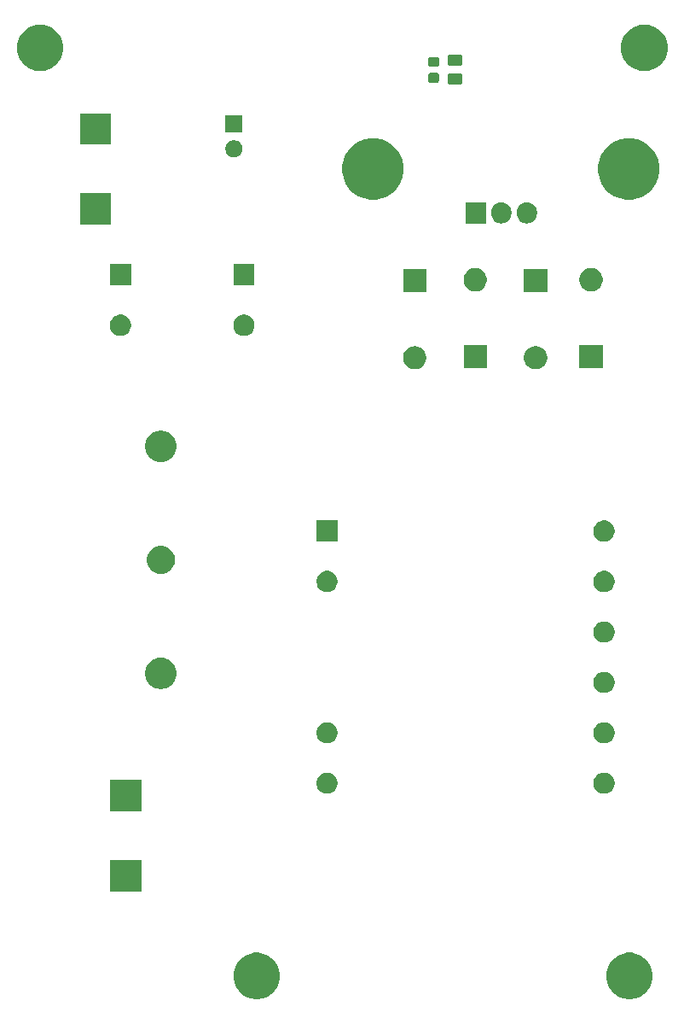
<source format=gts>
G04 #@! TF.GenerationSoftware,KiCad,Pcbnew,(5.1.5)-3*
G04 #@! TF.CreationDate,2020-04-16T19:35:31+02:00*
G04 #@! TF.ProjectId,5vfrommains,35766672-6f6d-46d6-9169-6e732e6b6963,rev?*
G04 #@! TF.SameCoordinates,Original*
G04 #@! TF.FileFunction,Soldermask,Top*
G04 #@! TF.FilePolarity,Negative*
%FSLAX46Y46*%
G04 Gerber Fmt 4.6, Leading zero omitted, Abs format (unit mm)*
G04 Created by KiCad (PCBNEW (5.1.5)-3) date 2020-04-16 19:35:31*
%MOMM*%
%LPD*%
G04 APERTURE LIST*
%ADD10C,0.100000*%
G04 APERTURE END LIST*
D10*
G36*
X200948903Y-137743213D02*
G01*
X201171177Y-137787426D01*
X201589932Y-137960880D01*
X201966802Y-138212696D01*
X202287304Y-138533198D01*
X202539120Y-138910068D01*
X202712574Y-139328823D01*
X202801000Y-139773371D01*
X202801000Y-140226629D01*
X202712574Y-140671177D01*
X202539120Y-141089932D01*
X202287304Y-141466802D01*
X201966802Y-141787304D01*
X201589932Y-142039120D01*
X201171177Y-142212574D01*
X200948903Y-142256787D01*
X200726630Y-142301000D01*
X200273370Y-142301000D01*
X200051097Y-142256787D01*
X199828823Y-142212574D01*
X199410068Y-142039120D01*
X199033198Y-141787304D01*
X198712696Y-141466802D01*
X198460880Y-141089932D01*
X198287426Y-140671177D01*
X198199000Y-140226629D01*
X198199000Y-139773371D01*
X198287426Y-139328823D01*
X198460880Y-138910068D01*
X198712696Y-138533198D01*
X199033198Y-138212696D01*
X199410068Y-137960880D01*
X199828823Y-137787426D01*
X200051097Y-137743213D01*
X200273370Y-137699000D01*
X200726630Y-137699000D01*
X200948903Y-137743213D01*
G37*
G36*
X237948903Y-137743213D02*
G01*
X238171177Y-137787426D01*
X238589932Y-137960880D01*
X238966802Y-138212696D01*
X239287304Y-138533198D01*
X239539120Y-138910068D01*
X239712574Y-139328823D01*
X239801000Y-139773371D01*
X239801000Y-140226629D01*
X239712574Y-140671177D01*
X239539120Y-141089932D01*
X239287304Y-141466802D01*
X238966802Y-141787304D01*
X238589932Y-142039120D01*
X238171177Y-142212574D01*
X237948903Y-142256787D01*
X237726630Y-142301000D01*
X237273370Y-142301000D01*
X237051097Y-142256787D01*
X236828823Y-142212574D01*
X236410068Y-142039120D01*
X236033198Y-141787304D01*
X235712696Y-141466802D01*
X235460880Y-141089932D01*
X235287426Y-140671177D01*
X235199000Y-140226629D01*
X235199000Y-139773371D01*
X235287426Y-139328823D01*
X235460880Y-138910068D01*
X235712696Y-138533198D01*
X236033198Y-138212696D01*
X236410068Y-137960880D01*
X236828823Y-137787426D01*
X237051097Y-137743213D01*
X237273370Y-137699000D01*
X237726630Y-137699000D01*
X237948903Y-137743213D01*
G37*
G36*
X189051000Y-131611000D02*
G01*
X185949000Y-131611000D01*
X185949000Y-128509000D01*
X189051000Y-128509000D01*
X189051000Y-131611000D01*
G37*
G36*
X189051000Y-123691000D02*
G01*
X185949000Y-123691000D01*
X185949000Y-120589000D01*
X189051000Y-120589000D01*
X189051000Y-123691000D01*
G37*
G36*
X235306564Y-119889389D02*
G01*
X235497833Y-119968615D01*
X235497835Y-119968616D01*
X235669973Y-120083635D01*
X235816365Y-120230027D01*
X235931385Y-120402167D01*
X236010611Y-120593436D01*
X236051000Y-120796484D01*
X236051000Y-121003516D01*
X236010611Y-121206564D01*
X235931385Y-121397833D01*
X235931384Y-121397835D01*
X235816365Y-121569973D01*
X235669973Y-121716365D01*
X235497835Y-121831384D01*
X235497834Y-121831385D01*
X235497833Y-121831385D01*
X235306564Y-121910611D01*
X235103516Y-121951000D01*
X234896484Y-121951000D01*
X234693436Y-121910611D01*
X234502167Y-121831385D01*
X234502166Y-121831385D01*
X234502165Y-121831384D01*
X234330027Y-121716365D01*
X234183635Y-121569973D01*
X234068616Y-121397835D01*
X234068615Y-121397833D01*
X233989389Y-121206564D01*
X233949000Y-121003516D01*
X233949000Y-120796484D01*
X233989389Y-120593436D01*
X234068615Y-120402167D01*
X234183635Y-120230027D01*
X234330027Y-120083635D01*
X234502165Y-119968616D01*
X234502167Y-119968615D01*
X234693436Y-119889389D01*
X234896484Y-119849000D01*
X235103516Y-119849000D01*
X235306564Y-119889389D01*
G37*
G36*
X207806564Y-119889389D02*
G01*
X207997833Y-119968615D01*
X207997835Y-119968616D01*
X208169973Y-120083635D01*
X208316365Y-120230027D01*
X208431385Y-120402167D01*
X208510611Y-120593436D01*
X208551000Y-120796484D01*
X208551000Y-121003516D01*
X208510611Y-121206564D01*
X208431385Y-121397833D01*
X208431384Y-121397835D01*
X208316365Y-121569973D01*
X208169973Y-121716365D01*
X207997835Y-121831384D01*
X207997834Y-121831385D01*
X207997833Y-121831385D01*
X207806564Y-121910611D01*
X207603516Y-121951000D01*
X207396484Y-121951000D01*
X207193436Y-121910611D01*
X207002167Y-121831385D01*
X207002166Y-121831385D01*
X207002165Y-121831384D01*
X206830027Y-121716365D01*
X206683635Y-121569973D01*
X206568616Y-121397835D01*
X206568615Y-121397833D01*
X206489389Y-121206564D01*
X206449000Y-121003516D01*
X206449000Y-120796484D01*
X206489389Y-120593436D01*
X206568615Y-120402167D01*
X206683635Y-120230027D01*
X206830027Y-120083635D01*
X207002165Y-119968616D01*
X207002167Y-119968615D01*
X207193436Y-119889389D01*
X207396484Y-119849000D01*
X207603516Y-119849000D01*
X207806564Y-119889389D01*
G37*
G36*
X235306564Y-114889389D02*
G01*
X235497833Y-114968615D01*
X235497835Y-114968616D01*
X235669973Y-115083635D01*
X235816365Y-115230027D01*
X235931385Y-115402167D01*
X236010611Y-115593436D01*
X236051000Y-115796484D01*
X236051000Y-116003516D01*
X236010611Y-116206564D01*
X235931385Y-116397833D01*
X235931384Y-116397835D01*
X235816365Y-116569973D01*
X235669973Y-116716365D01*
X235497835Y-116831384D01*
X235497834Y-116831385D01*
X235497833Y-116831385D01*
X235306564Y-116910611D01*
X235103516Y-116951000D01*
X234896484Y-116951000D01*
X234693436Y-116910611D01*
X234502167Y-116831385D01*
X234502166Y-116831385D01*
X234502165Y-116831384D01*
X234330027Y-116716365D01*
X234183635Y-116569973D01*
X234068616Y-116397835D01*
X234068615Y-116397833D01*
X233989389Y-116206564D01*
X233949000Y-116003516D01*
X233949000Y-115796484D01*
X233989389Y-115593436D01*
X234068615Y-115402167D01*
X234183635Y-115230027D01*
X234330027Y-115083635D01*
X234502165Y-114968616D01*
X234502167Y-114968615D01*
X234693436Y-114889389D01*
X234896484Y-114849000D01*
X235103516Y-114849000D01*
X235306564Y-114889389D01*
G37*
G36*
X207806564Y-114889389D02*
G01*
X207997833Y-114968615D01*
X207997835Y-114968616D01*
X208169973Y-115083635D01*
X208316365Y-115230027D01*
X208431385Y-115402167D01*
X208510611Y-115593436D01*
X208551000Y-115796484D01*
X208551000Y-116003516D01*
X208510611Y-116206564D01*
X208431385Y-116397833D01*
X208431384Y-116397835D01*
X208316365Y-116569973D01*
X208169973Y-116716365D01*
X207997835Y-116831384D01*
X207997834Y-116831385D01*
X207997833Y-116831385D01*
X207806564Y-116910611D01*
X207603516Y-116951000D01*
X207396484Y-116951000D01*
X207193436Y-116910611D01*
X207002167Y-116831385D01*
X207002166Y-116831385D01*
X207002165Y-116831384D01*
X206830027Y-116716365D01*
X206683635Y-116569973D01*
X206568616Y-116397835D01*
X206568615Y-116397833D01*
X206489389Y-116206564D01*
X206449000Y-116003516D01*
X206449000Y-115796484D01*
X206489389Y-115593436D01*
X206568615Y-115402167D01*
X206683635Y-115230027D01*
X206830027Y-115083635D01*
X207002165Y-114968616D01*
X207002167Y-114968615D01*
X207193436Y-114889389D01*
X207396484Y-114849000D01*
X207603516Y-114849000D01*
X207806564Y-114889389D01*
G37*
G36*
X235306564Y-109889389D02*
G01*
X235497833Y-109968615D01*
X235497835Y-109968616D01*
X235669973Y-110083635D01*
X235816365Y-110230027D01*
X235931385Y-110402167D01*
X236010611Y-110593436D01*
X236051000Y-110796484D01*
X236051000Y-111003516D01*
X236010611Y-111206564D01*
X235931385Y-111397833D01*
X235931384Y-111397835D01*
X235816365Y-111569973D01*
X235669973Y-111716365D01*
X235497835Y-111831384D01*
X235497834Y-111831385D01*
X235497833Y-111831385D01*
X235306564Y-111910611D01*
X235103516Y-111951000D01*
X234896484Y-111951000D01*
X234693436Y-111910611D01*
X234502167Y-111831385D01*
X234502166Y-111831385D01*
X234502165Y-111831384D01*
X234330027Y-111716365D01*
X234183635Y-111569973D01*
X234068616Y-111397835D01*
X234068615Y-111397833D01*
X233989389Y-111206564D01*
X233949000Y-111003516D01*
X233949000Y-110796484D01*
X233989389Y-110593436D01*
X234068615Y-110402167D01*
X234183635Y-110230027D01*
X234330027Y-110083635D01*
X234502165Y-109968616D01*
X234502167Y-109968615D01*
X234693436Y-109889389D01*
X234896484Y-109849000D01*
X235103516Y-109849000D01*
X235306564Y-109889389D01*
G37*
G36*
X191302585Y-108478802D02*
G01*
X191452410Y-108508604D01*
X191734674Y-108625521D01*
X191988705Y-108795259D01*
X192204741Y-109011295D01*
X192374479Y-109265326D01*
X192491396Y-109547590D01*
X192551000Y-109847240D01*
X192551000Y-110152760D01*
X192491396Y-110452410D01*
X192374479Y-110734674D01*
X192204741Y-110988705D01*
X191988705Y-111204741D01*
X191734674Y-111374479D01*
X191452410Y-111491396D01*
X191302585Y-111521198D01*
X191152761Y-111551000D01*
X190847239Y-111551000D01*
X190697415Y-111521198D01*
X190547590Y-111491396D01*
X190265326Y-111374479D01*
X190011295Y-111204741D01*
X189795259Y-110988705D01*
X189625521Y-110734674D01*
X189508604Y-110452410D01*
X189449000Y-110152760D01*
X189449000Y-109847240D01*
X189508604Y-109547590D01*
X189625521Y-109265326D01*
X189795259Y-109011295D01*
X190011295Y-108795259D01*
X190265326Y-108625521D01*
X190547590Y-108508604D01*
X190697415Y-108478802D01*
X190847239Y-108449000D01*
X191152761Y-108449000D01*
X191302585Y-108478802D01*
G37*
G36*
X235306564Y-104889389D02*
G01*
X235497833Y-104968615D01*
X235497835Y-104968616D01*
X235669973Y-105083635D01*
X235816365Y-105230027D01*
X235931385Y-105402167D01*
X236010611Y-105593436D01*
X236051000Y-105796484D01*
X236051000Y-106003516D01*
X236010611Y-106206564D01*
X235931385Y-106397833D01*
X235931384Y-106397835D01*
X235816365Y-106569973D01*
X235669973Y-106716365D01*
X235497835Y-106831384D01*
X235497834Y-106831385D01*
X235497833Y-106831385D01*
X235306564Y-106910611D01*
X235103516Y-106951000D01*
X234896484Y-106951000D01*
X234693436Y-106910611D01*
X234502167Y-106831385D01*
X234502166Y-106831385D01*
X234502165Y-106831384D01*
X234330027Y-106716365D01*
X234183635Y-106569973D01*
X234068616Y-106397835D01*
X234068615Y-106397833D01*
X233989389Y-106206564D01*
X233949000Y-106003516D01*
X233949000Y-105796484D01*
X233989389Y-105593436D01*
X234068615Y-105402167D01*
X234183635Y-105230027D01*
X234330027Y-105083635D01*
X234502165Y-104968616D01*
X234502167Y-104968615D01*
X234693436Y-104889389D01*
X234896484Y-104849000D01*
X235103516Y-104849000D01*
X235306564Y-104889389D01*
G37*
G36*
X235306564Y-99889389D02*
G01*
X235497833Y-99968615D01*
X235497835Y-99968616D01*
X235669973Y-100083635D01*
X235816365Y-100230027D01*
X235931385Y-100402167D01*
X236010611Y-100593436D01*
X236051000Y-100796484D01*
X236051000Y-101003516D01*
X236010611Y-101206564D01*
X235931385Y-101397833D01*
X235931384Y-101397835D01*
X235816365Y-101569973D01*
X235669973Y-101716365D01*
X235497835Y-101831384D01*
X235497834Y-101831385D01*
X235497833Y-101831385D01*
X235306564Y-101910611D01*
X235103516Y-101951000D01*
X234896484Y-101951000D01*
X234693436Y-101910611D01*
X234502167Y-101831385D01*
X234502166Y-101831385D01*
X234502165Y-101831384D01*
X234330027Y-101716365D01*
X234183635Y-101569973D01*
X234068616Y-101397835D01*
X234068615Y-101397833D01*
X233989389Y-101206564D01*
X233949000Y-101003516D01*
X233949000Y-100796484D01*
X233989389Y-100593436D01*
X234068615Y-100402167D01*
X234183635Y-100230027D01*
X234330027Y-100083635D01*
X234502165Y-99968616D01*
X234502167Y-99968615D01*
X234693436Y-99889389D01*
X234896484Y-99849000D01*
X235103516Y-99849000D01*
X235306564Y-99889389D01*
G37*
G36*
X207806564Y-99889389D02*
G01*
X207997833Y-99968615D01*
X207997835Y-99968616D01*
X208169973Y-100083635D01*
X208316365Y-100230027D01*
X208431385Y-100402167D01*
X208510611Y-100593436D01*
X208551000Y-100796484D01*
X208551000Y-101003516D01*
X208510611Y-101206564D01*
X208431385Y-101397833D01*
X208431384Y-101397835D01*
X208316365Y-101569973D01*
X208169973Y-101716365D01*
X207997835Y-101831384D01*
X207997834Y-101831385D01*
X207997833Y-101831385D01*
X207806564Y-101910611D01*
X207603516Y-101951000D01*
X207396484Y-101951000D01*
X207193436Y-101910611D01*
X207002167Y-101831385D01*
X207002166Y-101831385D01*
X207002165Y-101831384D01*
X206830027Y-101716365D01*
X206683635Y-101569973D01*
X206568616Y-101397835D01*
X206568615Y-101397833D01*
X206489389Y-101206564D01*
X206449000Y-101003516D01*
X206449000Y-100796484D01*
X206489389Y-100593436D01*
X206568615Y-100402167D01*
X206683635Y-100230027D01*
X206830027Y-100083635D01*
X207002165Y-99968616D01*
X207002167Y-99968615D01*
X207193436Y-99889389D01*
X207396484Y-99849000D01*
X207603516Y-99849000D01*
X207806564Y-99889389D01*
G37*
G36*
X191318433Y-97384893D02*
G01*
X191408657Y-97402839D01*
X191514267Y-97446585D01*
X191663621Y-97508449D01*
X191663622Y-97508450D01*
X191893086Y-97661772D01*
X192088228Y-97856914D01*
X192190675Y-98010237D01*
X192241551Y-98086379D01*
X192347161Y-98341344D01*
X192401000Y-98612012D01*
X192401000Y-98887988D01*
X192347161Y-99158656D01*
X192241551Y-99413621D01*
X192241550Y-99413622D01*
X192088228Y-99643086D01*
X191893086Y-99838228D01*
X191816516Y-99889390D01*
X191663621Y-99991551D01*
X191514267Y-100053415D01*
X191408657Y-100097161D01*
X191318433Y-100115107D01*
X191137988Y-100151000D01*
X190862012Y-100151000D01*
X190681567Y-100115107D01*
X190591343Y-100097161D01*
X190485733Y-100053415D01*
X190336379Y-99991551D01*
X190183484Y-99889390D01*
X190106914Y-99838228D01*
X189911772Y-99643086D01*
X189758450Y-99413622D01*
X189758449Y-99413621D01*
X189652839Y-99158656D01*
X189599000Y-98887988D01*
X189599000Y-98612012D01*
X189652839Y-98341344D01*
X189758449Y-98086379D01*
X189809325Y-98010237D01*
X189911772Y-97856914D01*
X190106914Y-97661772D01*
X190336378Y-97508450D01*
X190336379Y-97508449D01*
X190485733Y-97446585D01*
X190591343Y-97402839D01*
X190681567Y-97384893D01*
X190862012Y-97349000D01*
X191137988Y-97349000D01*
X191318433Y-97384893D01*
G37*
G36*
X208551000Y-96951000D02*
G01*
X206449000Y-96951000D01*
X206449000Y-94849000D01*
X208551000Y-94849000D01*
X208551000Y-96951000D01*
G37*
G36*
X235306564Y-94889389D02*
G01*
X235497833Y-94968615D01*
X235497835Y-94968616D01*
X235669973Y-95083635D01*
X235816365Y-95230027D01*
X235931385Y-95402167D01*
X236010611Y-95593436D01*
X236051000Y-95796484D01*
X236051000Y-96003516D01*
X236010611Y-96206564D01*
X235931385Y-96397833D01*
X235931384Y-96397835D01*
X235816365Y-96569973D01*
X235669973Y-96716365D01*
X235497835Y-96831384D01*
X235497834Y-96831385D01*
X235497833Y-96831385D01*
X235306564Y-96910611D01*
X235103516Y-96951000D01*
X234896484Y-96951000D01*
X234693436Y-96910611D01*
X234502167Y-96831385D01*
X234502166Y-96831385D01*
X234502165Y-96831384D01*
X234330027Y-96716365D01*
X234183635Y-96569973D01*
X234068616Y-96397835D01*
X234068615Y-96397833D01*
X233989389Y-96206564D01*
X233949000Y-96003516D01*
X233949000Y-95796484D01*
X233989389Y-95593436D01*
X234068615Y-95402167D01*
X234183635Y-95230027D01*
X234330027Y-95083635D01*
X234502165Y-94968616D01*
X234502167Y-94968615D01*
X234693436Y-94889389D01*
X234896484Y-94849000D01*
X235103516Y-94849000D01*
X235306564Y-94889389D01*
G37*
G36*
X191302585Y-85978802D02*
G01*
X191452410Y-86008604D01*
X191734674Y-86125521D01*
X191988705Y-86295259D01*
X192204741Y-86511295D01*
X192374479Y-86765326D01*
X192491396Y-87047590D01*
X192551000Y-87347240D01*
X192551000Y-87652760D01*
X192491396Y-87952410D01*
X192374479Y-88234674D01*
X192204741Y-88488705D01*
X191988705Y-88704741D01*
X191734674Y-88874479D01*
X191452410Y-88991396D01*
X191302585Y-89021198D01*
X191152761Y-89051000D01*
X190847239Y-89051000D01*
X190697415Y-89021198D01*
X190547590Y-88991396D01*
X190265326Y-88874479D01*
X190011295Y-88704741D01*
X189795259Y-88488705D01*
X189625521Y-88234674D01*
X189508604Y-87952410D01*
X189449000Y-87652760D01*
X189449000Y-87347240D01*
X189508604Y-87047590D01*
X189625521Y-86765326D01*
X189795259Y-86511295D01*
X190011295Y-86295259D01*
X190265326Y-86125521D01*
X190547590Y-86008604D01*
X190697415Y-85978802D01*
X190847239Y-85949000D01*
X191152761Y-85949000D01*
X191302585Y-85978802D01*
G37*
G36*
X216424549Y-77591116D02*
G01*
X216535734Y-77613232D01*
X216745203Y-77699997D01*
X216933720Y-77825960D01*
X217094040Y-77986280D01*
X217220003Y-78174797D01*
X217306768Y-78384266D01*
X217351000Y-78606636D01*
X217351000Y-78833364D01*
X217306768Y-79055734D01*
X217220003Y-79265203D01*
X217094040Y-79453720D01*
X216933720Y-79614040D01*
X216745203Y-79740003D01*
X216535734Y-79826768D01*
X216424549Y-79848884D01*
X216313365Y-79871000D01*
X216086635Y-79871000D01*
X215975451Y-79848884D01*
X215864266Y-79826768D01*
X215654797Y-79740003D01*
X215466280Y-79614040D01*
X215305960Y-79453720D01*
X215179997Y-79265203D01*
X215093232Y-79055734D01*
X215049000Y-78833364D01*
X215049000Y-78606636D01*
X215093232Y-78384266D01*
X215179997Y-78174797D01*
X215305960Y-77986280D01*
X215466280Y-77825960D01*
X215654797Y-77699997D01*
X215864266Y-77613232D01*
X215975451Y-77591116D01*
X216086635Y-77569000D01*
X216313365Y-77569000D01*
X216424549Y-77591116D01*
G37*
G36*
X228424549Y-77591116D02*
G01*
X228535734Y-77613232D01*
X228745203Y-77699997D01*
X228933720Y-77825960D01*
X229094040Y-77986280D01*
X229220003Y-78174797D01*
X229306768Y-78384266D01*
X229351000Y-78606636D01*
X229351000Y-78833364D01*
X229306768Y-79055734D01*
X229220003Y-79265203D01*
X229094040Y-79453720D01*
X228933720Y-79614040D01*
X228745203Y-79740003D01*
X228535734Y-79826768D01*
X228424549Y-79848884D01*
X228313365Y-79871000D01*
X228086635Y-79871000D01*
X227975451Y-79848884D01*
X227864266Y-79826768D01*
X227654797Y-79740003D01*
X227466280Y-79614040D01*
X227305960Y-79453720D01*
X227179997Y-79265203D01*
X227093232Y-79055734D01*
X227049000Y-78833364D01*
X227049000Y-78606636D01*
X227093232Y-78384266D01*
X227179997Y-78174797D01*
X227305960Y-77986280D01*
X227466280Y-77825960D01*
X227654797Y-77699997D01*
X227864266Y-77613232D01*
X227975451Y-77591116D01*
X228086635Y-77569000D01*
X228313365Y-77569000D01*
X228424549Y-77591116D01*
G37*
G36*
X234851000Y-79751000D02*
G01*
X232549000Y-79751000D01*
X232549000Y-77449000D01*
X234851000Y-77449000D01*
X234851000Y-79751000D01*
G37*
G36*
X223351000Y-79751000D02*
G01*
X221049000Y-79751000D01*
X221049000Y-77449000D01*
X223351000Y-77449000D01*
X223351000Y-79751000D01*
G37*
G36*
X199556564Y-74489389D02*
G01*
X199747833Y-74568615D01*
X199747835Y-74568616D01*
X199919973Y-74683635D01*
X200066365Y-74830027D01*
X200181385Y-75002167D01*
X200260611Y-75193436D01*
X200301000Y-75396484D01*
X200301000Y-75603516D01*
X200260611Y-75806564D01*
X200181385Y-75997833D01*
X200181384Y-75997835D01*
X200066365Y-76169973D01*
X199919973Y-76316365D01*
X199747835Y-76431384D01*
X199747834Y-76431385D01*
X199747833Y-76431385D01*
X199556564Y-76510611D01*
X199353516Y-76551000D01*
X199146484Y-76551000D01*
X198943436Y-76510611D01*
X198752167Y-76431385D01*
X198752166Y-76431385D01*
X198752165Y-76431384D01*
X198580027Y-76316365D01*
X198433635Y-76169973D01*
X198318616Y-75997835D01*
X198318615Y-75997833D01*
X198239389Y-75806564D01*
X198199000Y-75603516D01*
X198199000Y-75396484D01*
X198239389Y-75193436D01*
X198318615Y-75002167D01*
X198433635Y-74830027D01*
X198580027Y-74683635D01*
X198752165Y-74568616D01*
X198752167Y-74568615D01*
X198943436Y-74489389D01*
X199146484Y-74449000D01*
X199353516Y-74449000D01*
X199556564Y-74489389D01*
G37*
G36*
X187306564Y-74489389D02*
G01*
X187497833Y-74568615D01*
X187497835Y-74568616D01*
X187669973Y-74683635D01*
X187816365Y-74830027D01*
X187931385Y-75002167D01*
X188010611Y-75193436D01*
X188051000Y-75396484D01*
X188051000Y-75603516D01*
X188010611Y-75806564D01*
X187931385Y-75997833D01*
X187931384Y-75997835D01*
X187816365Y-76169973D01*
X187669973Y-76316365D01*
X187497835Y-76431384D01*
X187497834Y-76431385D01*
X187497833Y-76431385D01*
X187306564Y-76510611D01*
X187103516Y-76551000D01*
X186896484Y-76551000D01*
X186693436Y-76510611D01*
X186502167Y-76431385D01*
X186502166Y-76431385D01*
X186502165Y-76431384D01*
X186330027Y-76316365D01*
X186183635Y-76169973D01*
X186068616Y-75997835D01*
X186068615Y-75997833D01*
X185989389Y-75806564D01*
X185949000Y-75603516D01*
X185949000Y-75396484D01*
X185989389Y-75193436D01*
X186068615Y-75002167D01*
X186183635Y-74830027D01*
X186330027Y-74683635D01*
X186502165Y-74568616D01*
X186502167Y-74568615D01*
X186693436Y-74489389D01*
X186896484Y-74449000D01*
X187103516Y-74449000D01*
X187306564Y-74489389D01*
G37*
G36*
X229351000Y-72251000D02*
G01*
X227049000Y-72251000D01*
X227049000Y-69949000D01*
X229351000Y-69949000D01*
X229351000Y-72251000D01*
G37*
G36*
X217351000Y-72251000D02*
G01*
X215049000Y-72251000D01*
X215049000Y-69949000D01*
X217351000Y-69949000D01*
X217351000Y-72251000D01*
G37*
G36*
X233924549Y-69851116D02*
G01*
X234035734Y-69873232D01*
X234245203Y-69959997D01*
X234433720Y-70085960D01*
X234594040Y-70246280D01*
X234720003Y-70434797D01*
X234806768Y-70644266D01*
X234851000Y-70866636D01*
X234851000Y-71093364D01*
X234806768Y-71315734D01*
X234720003Y-71525203D01*
X234594040Y-71713720D01*
X234433720Y-71874040D01*
X234245203Y-72000003D01*
X234035734Y-72086768D01*
X233924549Y-72108884D01*
X233813365Y-72131000D01*
X233586635Y-72131000D01*
X233475451Y-72108884D01*
X233364266Y-72086768D01*
X233154797Y-72000003D01*
X232966280Y-71874040D01*
X232805960Y-71713720D01*
X232679997Y-71525203D01*
X232593232Y-71315734D01*
X232549000Y-71093364D01*
X232549000Y-70866636D01*
X232593232Y-70644266D01*
X232679997Y-70434797D01*
X232805960Y-70246280D01*
X232966280Y-70085960D01*
X233154797Y-69959997D01*
X233364266Y-69873232D01*
X233475451Y-69851116D01*
X233586635Y-69829000D01*
X233813365Y-69829000D01*
X233924549Y-69851116D01*
G37*
G36*
X222424549Y-69851116D02*
G01*
X222535734Y-69873232D01*
X222745203Y-69959997D01*
X222933720Y-70085960D01*
X223094040Y-70246280D01*
X223220003Y-70434797D01*
X223306768Y-70644266D01*
X223351000Y-70866636D01*
X223351000Y-71093364D01*
X223306768Y-71315734D01*
X223220003Y-71525203D01*
X223094040Y-71713720D01*
X222933720Y-71874040D01*
X222745203Y-72000003D01*
X222535734Y-72086768D01*
X222424549Y-72108884D01*
X222313365Y-72131000D01*
X222086635Y-72131000D01*
X221975451Y-72108884D01*
X221864266Y-72086768D01*
X221654797Y-72000003D01*
X221466280Y-71874040D01*
X221305960Y-71713720D01*
X221179997Y-71525203D01*
X221093232Y-71315734D01*
X221049000Y-71093364D01*
X221049000Y-70866636D01*
X221093232Y-70644266D01*
X221179997Y-70434797D01*
X221305960Y-70246280D01*
X221466280Y-70085960D01*
X221654797Y-69959997D01*
X221864266Y-69873232D01*
X221975451Y-69851116D01*
X222086635Y-69829000D01*
X222313365Y-69829000D01*
X222424549Y-69851116D01*
G37*
G36*
X188051000Y-71551000D02*
G01*
X185949000Y-71551000D01*
X185949000Y-69449000D01*
X188051000Y-69449000D01*
X188051000Y-71551000D01*
G37*
G36*
X200301000Y-71551000D02*
G01*
X198199000Y-71551000D01*
X198199000Y-69449000D01*
X200301000Y-69449000D01*
X200301000Y-71551000D01*
G37*
G36*
X186051000Y-65511000D02*
G01*
X182949000Y-65511000D01*
X182949000Y-62409000D01*
X186051000Y-62409000D01*
X186051000Y-65511000D01*
G37*
G36*
X224986719Y-63313520D02*
G01*
X225175880Y-63370901D01*
X225175883Y-63370902D01*
X225268333Y-63420318D01*
X225350212Y-63464083D01*
X225503015Y-63589485D01*
X225628417Y-63742288D01*
X225721599Y-63916619D01*
X225778980Y-64105780D01*
X225793500Y-64253206D01*
X225793500Y-64446793D01*
X225778980Y-64594219D01*
X225721599Y-64783380D01*
X225721598Y-64783383D01*
X225672182Y-64875833D01*
X225628417Y-64957712D01*
X225503015Y-65110515D01*
X225350212Y-65235917D01*
X225175881Y-65329099D01*
X224986720Y-65386480D01*
X224790000Y-65405855D01*
X224593281Y-65386480D01*
X224404120Y-65329099D01*
X224229788Y-65235917D01*
X224076985Y-65110515D01*
X223951583Y-64957712D01*
X223858401Y-64783381D01*
X223801020Y-64594220D01*
X223786500Y-64446794D01*
X223786500Y-64253207D01*
X223801020Y-64105781D01*
X223858401Y-63916620D01*
X223858402Y-63916617D01*
X223907818Y-63824167D01*
X223951583Y-63742288D01*
X224076985Y-63589485D01*
X224229788Y-63464083D01*
X224404119Y-63370901D01*
X224593280Y-63313520D01*
X224790000Y-63294145D01*
X224986719Y-63313520D01*
G37*
G36*
X227526719Y-63313520D02*
G01*
X227715880Y-63370901D01*
X227715883Y-63370902D01*
X227808333Y-63420318D01*
X227890212Y-63464083D01*
X228043015Y-63589485D01*
X228168417Y-63742288D01*
X228261599Y-63916619D01*
X228318980Y-64105780D01*
X228333500Y-64253206D01*
X228333500Y-64446793D01*
X228318980Y-64594219D01*
X228261599Y-64783380D01*
X228261598Y-64783383D01*
X228212182Y-64875833D01*
X228168417Y-64957712D01*
X228043015Y-65110515D01*
X227890212Y-65235917D01*
X227715881Y-65329099D01*
X227526720Y-65386480D01*
X227330000Y-65405855D01*
X227133281Y-65386480D01*
X226944120Y-65329099D01*
X226769788Y-65235917D01*
X226616985Y-65110515D01*
X226491583Y-64957712D01*
X226398401Y-64783381D01*
X226341020Y-64594220D01*
X226326500Y-64446794D01*
X226326500Y-64253207D01*
X226341020Y-64105781D01*
X226398401Y-63916620D01*
X226398402Y-63916617D01*
X226447818Y-63824167D01*
X226491583Y-63742288D01*
X226616985Y-63589485D01*
X226769788Y-63464083D01*
X226944119Y-63370901D01*
X227133280Y-63313520D01*
X227330000Y-63294145D01*
X227526719Y-63313520D01*
G37*
G36*
X223253500Y-65401000D02*
G01*
X221246500Y-65401000D01*
X221246500Y-63299000D01*
X223253500Y-63299000D01*
X223253500Y-65401000D01*
G37*
G36*
X212939943Y-57066248D02*
G01*
X213495189Y-57296238D01*
X213736564Y-57457520D01*
X213994899Y-57630134D01*
X214419866Y-58055101D01*
X214548909Y-58248228D01*
X214753762Y-58554811D01*
X214983752Y-59110057D01*
X215101000Y-59699501D01*
X215101000Y-60300499D01*
X214983752Y-60889943D01*
X214753762Y-61445189D01*
X214753761Y-61445190D01*
X214419866Y-61944899D01*
X213994899Y-62369866D01*
X213743347Y-62537948D01*
X213495189Y-62703762D01*
X212939943Y-62933752D01*
X212350499Y-63051000D01*
X211749501Y-63051000D01*
X211160057Y-62933752D01*
X210604811Y-62703762D01*
X210356653Y-62537948D01*
X210105101Y-62369866D01*
X209680134Y-61944899D01*
X209346239Y-61445190D01*
X209346238Y-61445189D01*
X209116248Y-60889943D01*
X208999000Y-60300499D01*
X208999000Y-59699501D01*
X209116248Y-59110057D01*
X209346238Y-58554811D01*
X209551091Y-58248228D01*
X209680134Y-58055101D01*
X210105101Y-57630134D01*
X210363436Y-57457520D01*
X210604811Y-57296238D01*
X211160057Y-57066248D01*
X211749501Y-56949000D01*
X212350499Y-56949000D01*
X212939943Y-57066248D01*
G37*
G36*
X238339943Y-57066248D02*
G01*
X238895189Y-57296238D01*
X239136564Y-57457520D01*
X239394899Y-57630134D01*
X239819866Y-58055101D01*
X239948909Y-58248228D01*
X240153762Y-58554811D01*
X240383752Y-59110057D01*
X240501000Y-59699501D01*
X240501000Y-60300499D01*
X240383752Y-60889943D01*
X240153762Y-61445189D01*
X240153761Y-61445190D01*
X239819866Y-61944899D01*
X239394899Y-62369866D01*
X239143347Y-62537948D01*
X238895189Y-62703762D01*
X238339943Y-62933752D01*
X237750499Y-63051000D01*
X237149501Y-63051000D01*
X236560057Y-62933752D01*
X236004811Y-62703762D01*
X235756653Y-62537948D01*
X235505101Y-62369866D01*
X235080134Y-61944899D01*
X234746239Y-61445190D01*
X234746238Y-61445189D01*
X234516248Y-60889943D01*
X234399000Y-60300499D01*
X234399000Y-59699501D01*
X234516248Y-59110057D01*
X234746238Y-58554811D01*
X234951091Y-58248228D01*
X235080134Y-58055101D01*
X235505101Y-57630134D01*
X235763436Y-57457520D01*
X236004811Y-57296238D01*
X236560057Y-57066248D01*
X237149501Y-56949000D01*
X237750499Y-56949000D01*
X238339943Y-57066248D01*
G37*
G36*
X198498228Y-57181703D02*
G01*
X198653100Y-57245853D01*
X198792481Y-57338985D01*
X198911015Y-57457519D01*
X199004147Y-57596900D01*
X199068297Y-57751772D01*
X199101000Y-57916184D01*
X199101000Y-58083816D01*
X199068297Y-58248228D01*
X199004147Y-58403100D01*
X198911015Y-58542481D01*
X198792481Y-58661015D01*
X198653100Y-58754147D01*
X198498228Y-58818297D01*
X198333816Y-58851000D01*
X198166184Y-58851000D01*
X198001772Y-58818297D01*
X197846900Y-58754147D01*
X197707519Y-58661015D01*
X197588985Y-58542481D01*
X197495853Y-58403100D01*
X197431703Y-58248228D01*
X197399000Y-58083816D01*
X197399000Y-57916184D01*
X197431703Y-57751772D01*
X197495853Y-57596900D01*
X197588985Y-57457519D01*
X197707519Y-57338985D01*
X197846900Y-57245853D01*
X198001772Y-57181703D01*
X198166184Y-57149000D01*
X198333816Y-57149000D01*
X198498228Y-57181703D01*
G37*
G36*
X186051000Y-57591000D02*
G01*
X182949000Y-57591000D01*
X182949000Y-54489000D01*
X186051000Y-54489000D01*
X186051000Y-57591000D01*
G37*
G36*
X199101000Y-56351000D02*
G01*
X197399000Y-56351000D01*
X197399000Y-54649000D01*
X199101000Y-54649000D01*
X199101000Y-56351000D01*
G37*
G36*
X220784468Y-50553565D02*
G01*
X220823138Y-50565296D01*
X220858777Y-50584346D01*
X220890017Y-50609983D01*
X220915654Y-50641223D01*
X220934704Y-50676862D01*
X220946435Y-50715532D01*
X220951000Y-50761888D01*
X220951000Y-51413112D01*
X220946435Y-51459468D01*
X220934704Y-51498138D01*
X220915654Y-51533777D01*
X220890017Y-51565017D01*
X220858777Y-51590654D01*
X220823138Y-51609704D01*
X220784468Y-51621435D01*
X220738112Y-51626000D01*
X219661888Y-51626000D01*
X219615532Y-51621435D01*
X219576862Y-51609704D01*
X219541223Y-51590654D01*
X219509983Y-51565017D01*
X219484346Y-51533777D01*
X219465296Y-51498138D01*
X219453565Y-51459468D01*
X219449000Y-51413112D01*
X219449000Y-50761888D01*
X219453565Y-50715532D01*
X219465296Y-50676862D01*
X219484346Y-50641223D01*
X219509983Y-50609983D01*
X219541223Y-50584346D01*
X219576862Y-50565296D01*
X219615532Y-50553565D01*
X219661888Y-50549000D01*
X220738112Y-50549000D01*
X220784468Y-50553565D01*
G37*
G36*
X218459591Y-50473085D02*
G01*
X218493569Y-50483393D01*
X218524890Y-50500134D01*
X218552339Y-50522661D01*
X218574866Y-50550110D01*
X218591607Y-50581431D01*
X218601915Y-50615409D01*
X218606000Y-50656890D01*
X218606000Y-51258110D01*
X218601915Y-51299591D01*
X218591607Y-51333569D01*
X218574866Y-51364890D01*
X218552339Y-51392339D01*
X218524890Y-51414866D01*
X218493569Y-51431607D01*
X218459591Y-51441915D01*
X218418110Y-51446000D01*
X217741890Y-51446000D01*
X217700409Y-51441915D01*
X217666431Y-51431607D01*
X217635110Y-51414866D01*
X217607661Y-51392339D01*
X217585134Y-51364890D01*
X217568393Y-51333569D01*
X217558085Y-51299591D01*
X217554000Y-51258110D01*
X217554000Y-50656890D01*
X217558085Y-50615409D01*
X217568393Y-50581431D01*
X217585134Y-50550110D01*
X217607661Y-50522661D01*
X217635110Y-50500134D01*
X217666431Y-50483393D01*
X217700409Y-50473085D01*
X217741890Y-50469000D01*
X218418110Y-50469000D01*
X218459591Y-50473085D01*
G37*
G36*
X239448903Y-45743213D02*
G01*
X239671177Y-45787426D01*
X240089932Y-45960880D01*
X240466802Y-46212696D01*
X240787304Y-46533198D01*
X241039120Y-46910068D01*
X241212574Y-47328823D01*
X241301000Y-47773371D01*
X241301000Y-48226629D01*
X241212574Y-48671177D01*
X241039120Y-49089932D01*
X240787304Y-49466802D01*
X240466802Y-49787304D01*
X240089932Y-50039120D01*
X239671177Y-50212574D01*
X239448903Y-50256787D01*
X239226630Y-50301000D01*
X238773370Y-50301000D01*
X238551097Y-50256787D01*
X238328823Y-50212574D01*
X237910068Y-50039120D01*
X237533198Y-49787304D01*
X237212696Y-49466802D01*
X236960880Y-49089932D01*
X236787426Y-48671177D01*
X236699000Y-48226629D01*
X236699000Y-47773371D01*
X236787426Y-47328823D01*
X236960880Y-46910068D01*
X237212696Y-46533198D01*
X237533198Y-46212696D01*
X237910068Y-45960880D01*
X238328823Y-45787426D01*
X238551097Y-45743213D01*
X238773370Y-45699000D01*
X239226630Y-45699000D01*
X239448903Y-45743213D01*
G37*
G36*
X179448903Y-45743213D02*
G01*
X179671177Y-45787426D01*
X180089932Y-45960880D01*
X180466802Y-46212696D01*
X180787304Y-46533198D01*
X181039120Y-46910068D01*
X181212574Y-47328823D01*
X181301000Y-47773371D01*
X181301000Y-48226629D01*
X181212574Y-48671177D01*
X181039120Y-49089932D01*
X180787304Y-49466802D01*
X180466802Y-49787304D01*
X180089932Y-50039120D01*
X179671177Y-50212574D01*
X179448903Y-50256787D01*
X179226630Y-50301000D01*
X178773370Y-50301000D01*
X178551097Y-50256787D01*
X178328823Y-50212574D01*
X177910068Y-50039120D01*
X177533198Y-49787304D01*
X177212696Y-49466802D01*
X176960880Y-49089932D01*
X176787426Y-48671177D01*
X176699000Y-48226629D01*
X176699000Y-47773371D01*
X176787426Y-47328823D01*
X176960880Y-46910068D01*
X177212696Y-46533198D01*
X177533198Y-46212696D01*
X177910068Y-45960880D01*
X178328823Y-45787426D01*
X178551097Y-45743213D01*
X178773370Y-45699000D01*
X179226630Y-45699000D01*
X179448903Y-45743213D01*
G37*
G36*
X218459591Y-48898085D02*
G01*
X218493569Y-48908393D01*
X218524890Y-48925134D01*
X218552339Y-48947661D01*
X218574866Y-48975110D01*
X218591607Y-49006431D01*
X218601915Y-49040409D01*
X218606000Y-49081890D01*
X218606000Y-49683110D01*
X218601915Y-49724591D01*
X218591607Y-49758569D01*
X218574866Y-49789890D01*
X218552339Y-49817339D01*
X218524890Y-49839866D01*
X218493569Y-49856607D01*
X218459591Y-49866915D01*
X218418110Y-49871000D01*
X217741890Y-49871000D01*
X217700409Y-49866915D01*
X217666431Y-49856607D01*
X217635110Y-49839866D01*
X217607661Y-49817339D01*
X217585134Y-49789890D01*
X217568393Y-49758569D01*
X217558085Y-49724591D01*
X217554000Y-49683110D01*
X217554000Y-49081890D01*
X217558085Y-49040409D01*
X217568393Y-49006431D01*
X217585134Y-48975110D01*
X217607661Y-48947661D01*
X217635110Y-48925134D01*
X217666431Y-48908393D01*
X217700409Y-48898085D01*
X217741890Y-48894000D01*
X218418110Y-48894000D01*
X218459591Y-48898085D01*
G37*
G36*
X220784468Y-48678565D02*
G01*
X220823138Y-48690296D01*
X220858777Y-48709346D01*
X220890017Y-48734983D01*
X220915654Y-48766223D01*
X220934704Y-48801862D01*
X220946435Y-48840532D01*
X220951000Y-48886888D01*
X220951000Y-49538112D01*
X220946435Y-49584468D01*
X220934704Y-49623138D01*
X220915654Y-49658777D01*
X220890017Y-49690017D01*
X220858777Y-49715654D01*
X220823138Y-49734704D01*
X220784468Y-49746435D01*
X220738112Y-49751000D01*
X219661888Y-49751000D01*
X219615532Y-49746435D01*
X219576862Y-49734704D01*
X219541223Y-49715654D01*
X219509983Y-49690017D01*
X219484346Y-49658777D01*
X219465296Y-49623138D01*
X219453565Y-49584468D01*
X219449000Y-49538112D01*
X219449000Y-48886888D01*
X219453565Y-48840532D01*
X219465296Y-48801862D01*
X219484346Y-48766223D01*
X219509983Y-48734983D01*
X219541223Y-48709346D01*
X219576862Y-48690296D01*
X219615532Y-48678565D01*
X219661888Y-48674000D01*
X220738112Y-48674000D01*
X220784468Y-48678565D01*
G37*
M02*

</source>
